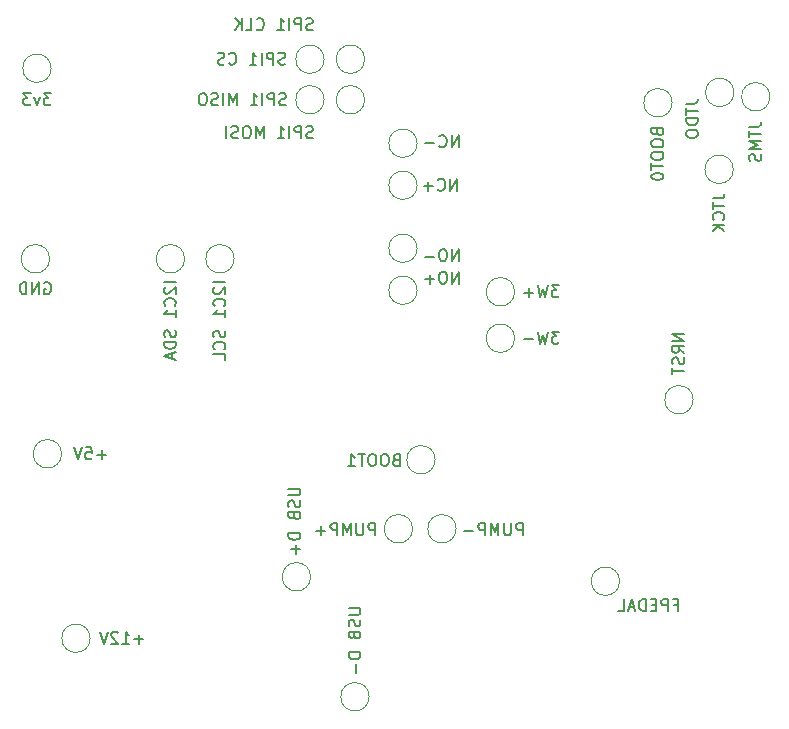
<source format=gbr>
%TF.GenerationSoftware,KiCad,Pcbnew,(5.99.0-9379-gbf5cd2e233)*%
%TF.CreationDate,2021-03-11T01:10:35+01:00*%
%TF.ProjectId,sucker-one-mainboard,7375636b-6572-42d6-9f6e-652d6d61696e,rev?*%
%TF.SameCoordinates,Original*%
%TF.FileFunction,Legend,Bot*%
%TF.FilePolarity,Positive*%
%FSLAX46Y46*%
G04 Gerber Fmt 4.6, Leading zero omitted, Abs format (unit mm)*
G04 Created by KiCad (PCBNEW (5.99.0-9379-gbf5cd2e233)) date 2021-03-11 01:10:35*
%MOMM*%
%LPD*%
G01*
G04 APERTURE LIST*
%ADD10C,0.150000*%
%ADD11C,0.120000*%
G04 APERTURE END LIST*
D10*
%TO.C,TP13*%
X71754904Y-120404000D02*
X71850142Y-120356380D01*
X71993000Y-120356380D01*
X72135857Y-120404000D01*
X72231095Y-120499238D01*
X72278714Y-120594476D01*
X72326333Y-120784952D01*
X72326333Y-120927809D01*
X72278714Y-121118285D01*
X72231095Y-121213523D01*
X72135857Y-121308761D01*
X71993000Y-121356380D01*
X71897761Y-121356380D01*
X71754904Y-121308761D01*
X71707285Y-121261142D01*
X71707285Y-120927809D01*
X71897761Y-120927809D01*
X71278714Y-121356380D02*
X71278714Y-120356380D01*
X70707285Y-121356380D01*
X70707285Y-120356380D01*
X70231095Y-121356380D02*
X70231095Y-120356380D01*
X69993000Y-120356380D01*
X69850142Y-120404000D01*
X69754904Y-120499238D01*
X69707285Y-120594476D01*
X69659666Y-120784952D01*
X69659666Y-120927809D01*
X69707285Y-121118285D01*
X69754904Y-121213523D01*
X69850142Y-121308761D01*
X69993000Y-121356380D01*
X70231095Y-121356380D01*
%TO.C,TP1*%
X92416380Y-137827095D02*
X93225904Y-137827095D01*
X93321142Y-137874714D01*
X93368761Y-137922333D01*
X93416380Y-138017571D01*
X93416380Y-138208047D01*
X93368761Y-138303285D01*
X93321142Y-138350904D01*
X93225904Y-138398523D01*
X92416380Y-138398523D01*
X93368761Y-138827095D02*
X93416380Y-138969952D01*
X93416380Y-139208047D01*
X93368761Y-139303285D01*
X93321142Y-139350904D01*
X93225904Y-139398523D01*
X93130666Y-139398523D01*
X93035428Y-139350904D01*
X92987809Y-139303285D01*
X92940190Y-139208047D01*
X92892571Y-139017571D01*
X92844952Y-138922333D01*
X92797333Y-138874714D01*
X92702095Y-138827095D01*
X92606857Y-138827095D01*
X92511619Y-138874714D01*
X92464000Y-138922333D01*
X92416380Y-139017571D01*
X92416380Y-139255666D01*
X92464000Y-139398523D01*
X92892571Y-140160428D02*
X92940190Y-140303285D01*
X92987809Y-140350904D01*
X93083047Y-140398523D01*
X93225904Y-140398523D01*
X93321142Y-140350904D01*
X93368761Y-140303285D01*
X93416380Y-140208047D01*
X93416380Y-139827095D01*
X92416380Y-139827095D01*
X92416380Y-140160428D01*
X92464000Y-140255666D01*
X92511619Y-140303285D01*
X92606857Y-140350904D01*
X92702095Y-140350904D01*
X92797333Y-140303285D01*
X92844952Y-140255666D01*
X92892571Y-140160428D01*
X92892571Y-139827095D01*
X93416380Y-141589000D02*
X92416380Y-141589000D01*
X92416380Y-141827095D01*
X92464000Y-141969952D01*
X92559238Y-142065190D01*
X92654476Y-142112809D01*
X92844952Y-142160428D01*
X92987809Y-142160428D01*
X93178285Y-142112809D01*
X93273523Y-142065190D01*
X93368761Y-141969952D01*
X93416380Y-141827095D01*
X93416380Y-141589000D01*
X93035428Y-142589000D02*
X93035428Y-143350904D01*
X93416380Y-142969952D02*
X92654476Y-142969952D01*
%TO.C,TP15*%
X82875380Y-120332904D02*
X81875380Y-120332904D01*
X81970619Y-120761476D02*
X81923000Y-120809095D01*
X81875380Y-120904333D01*
X81875380Y-121142428D01*
X81923000Y-121237666D01*
X81970619Y-121285285D01*
X82065857Y-121332904D01*
X82161095Y-121332904D01*
X82303952Y-121285285D01*
X82875380Y-120713857D01*
X82875380Y-121332904D01*
X82780142Y-122332904D02*
X82827761Y-122285285D01*
X82875380Y-122142428D01*
X82875380Y-122047190D01*
X82827761Y-121904333D01*
X82732523Y-121809095D01*
X82637285Y-121761476D01*
X82446809Y-121713857D01*
X82303952Y-121713857D01*
X82113476Y-121761476D01*
X82018238Y-121809095D01*
X81923000Y-121904333D01*
X81875380Y-122047190D01*
X81875380Y-122142428D01*
X81923000Y-122285285D01*
X81970619Y-122332904D01*
X82875380Y-123285285D02*
X82875380Y-122713857D01*
X82875380Y-122999571D02*
X81875380Y-122999571D01*
X82018238Y-122904333D01*
X82113476Y-122809095D01*
X82161095Y-122713857D01*
X82827761Y-124428142D02*
X82875380Y-124571000D01*
X82875380Y-124809095D01*
X82827761Y-124904333D01*
X82780142Y-124951952D01*
X82684904Y-124999571D01*
X82589666Y-124999571D01*
X82494428Y-124951952D01*
X82446809Y-124904333D01*
X82399190Y-124809095D01*
X82351571Y-124618619D01*
X82303952Y-124523380D01*
X82256333Y-124475761D01*
X82161095Y-124428142D01*
X82065857Y-124428142D01*
X81970619Y-124475761D01*
X81923000Y-124523380D01*
X81875380Y-124618619D01*
X81875380Y-124856714D01*
X81923000Y-124999571D01*
X82875380Y-125428142D02*
X81875380Y-125428142D01*
X81875380Y-125666238D01*
X81923000Y-125809095D01*
X82018238Y-125904333D01*
X82113476Y-125951952D01*
X82303952Y-125999571D01*
X82446809Y-125999571D01*
X82637285Y-125951952D01*
X82732523Y-125904333D01*
X82827761Y-125809095D01*
X82875380Y-125666238D01*
X82875380Y-125428142D01*
X82589666Y-126380523D02*
X82589666Y-126856714D01*
X82875380Y-126285285D02*
X81875380Y-126618619D01*
X82875380Y-126951952D01*
%TO.C,TP2*%
X97502380Y-147928095D02*
X98311904Y-147928095D01*
X98407142Y-147975714D01*
X98454761Y-148023333D01*
X98502380Y-148118571D01*
X98502380Y-148309047D01*
X98454761Y-148404285D01*
X98407142Y-148451904D01*
X98311904Y-148499523D01*
X97502380Y-148499523D01*
X98454761Y-148928095D02*
X98502380Y-149070952D01*
X98502380Y-149309047D01*
X98454761Y-149404285D01*
X98407142Y-149451904D01*
X98311904Y-149499523D01*
X98216666Y-149499523D01*
X98121428Y-149451904D01*
X98073809Y-149404285D01*
X98026190Y-149309047D01*
X97978571Y-149118571D01*
X97930952Y-149023333D01*
X97883333Y-148975714D01*
X97788095Y-148928095D01*
X97692857Y-148928095D01*
X97597619Y-148975714D01*
X97550000Y-149023333D01*
X97502380Y-149118571D01*
X97502380Y-149356666D01*
X97550000Y-149499523D01*
X97978571Y-150261428D02*
X98026190Y-150404285D01*
X98073809Y-150451904D01*
X98169047Y-150499523D01*
X98311904Y-150499523D01*
X98407142Y-150451904D01*
X98454761Y-150404285D01*
X98502380Y-150309047D01*
X98502380Y-149928095D01*
X97502380Y-149928095D01*
X97502380Y-150261428D01*
X97550000Y-150356666D01*
X97597619Y-150404285D01*
X97692857Y-150451904D01*
X97788095Y-150451904D01*
X97883333Y-150404285D01*
X97930952Y-150356666D01*
X97978571Y-150261428D01*
X97978571Y-149928095D01*
X98502380Y-151690000D02*
X97502380Y-151690000D01*
X97502380Y-151928095D01*
X97550000Y-152070952D01*
X97645238Y-152166190D01*
X97740476Y-152213809D01*
X97930952Y-152261428D01*
X98073809Y-152261428D01*
X98264285Y-152213809D01*
X98359523Y-152166190D01*
X98454761Y-152070952D01*
X98502380Y-151928095D01*
X98502380Y-151690000D01*
X98121428Y-152690000D02*
X98121428Y-153451904D01*
%TO.C,TP7*%
X106838571Y-118562380D02*
X106838571Y-117562380D01*
X106267142Y-118562380D01*
X106267142Y-117562380D01*
X105600476Y-117562380D02*
X105410000Y-117562380D01*
X105314761Y-117610000D01*
X105219523Y-117705238D01*
X105171904Y-117895714D01*
X105171904Y-118229047D01*
X105219523Y-118419523D01*
X105314761Y-118514761D01*
X105410000Y-118562380D01*
X105600476Y-118562380D01*
X105695714Y-118514761D01*
X105790952Y-118419523D01*
X105838571Y-118229047D01*
X105838571Y-117895714D01*
X105790952Y-117705238D01*
X105695714Y-117610000D01*
X105600476Y-117562380D01*
X104743333Y-118181428D02*
X103981428Y-118181428D01*
%TO.C,TP8*%
X115315809Y-120610380D02*
X114696761Y-120610380D01*
X115030095Y-120991333D01*
X114887238Y-120991333D01*
X114792000Y-121038952D01*
X114744380Y-121086571D01*
X114696761Y-121181809D01*
X114696761Y-121419904D01*
X114744380Y-121515142D01*
X114792000Y-121562761D01*
X114887238Y-121610380D01*
X115172952Y-121610380D01*
X115268190Y-121562761D01*
X115315809Y-121515142D01*
X114363428Y-120610380D02*
X114125333Y-121610380D01*
X113934857Y-120896095D01*
X113744380Y-121610380D01*
X113506285Y-120610380D01*
X113125333Y-121229428D02*
X112363428Y-121229428D01*
X112744380Y-121610380D02*
X112744380Y-120848476D01*
%TO.C,TP10*%
X80120904Y-150566428D02*
X79359000Y-150566428D01*
X79739952Y-150947380D02*
X79739952Y-150185476D01*
X78359000Y-150947380D02*
X78930428Y-150947380D01*
X78644714Y-150947380D02*
X78644714Y-149947380D01*
X78739952Y-150090238D01*
X78835190Y-150185476D01*
X78930428Y-150233095D01*
X77978047Y-150042619D02*
X77930428Y-149995000D01*
X77835190Y-149947380D01*
X77597095Y-149947380D01*
X77501857Y-149995000D01*
X77454238Y-150042619D01*
X77406619Y-150137857D01*
X77406619Y-150233095D01*
X77454238Y-150375952D01*
X78025666Y-150947380D01*
X77406619Y-150947380D01*
X77120904Y-149947380D02*
X76787571Y-150947380D01*
X76454238Y-149947380D01*
%TO.C,TP14*%
X87066380Y-120356714D02*
X86066380Y-120356714D01*
X86161619Y-120785285D02*
X86114000Y-120832904D01*
X86066380Y-120928142D01*
X86066380Y-121166238D01*
X86114000Y-121261476D01*
X86161619Y-121309095D01*
X86256857Y-121356714D01*
X86352095Y-121356714D01*
X86494952Y-121309095D01*
X87066380Y-120737666D01*
X87066380Y-121356714D01*
X86971142Y-122356714D02*
X87018761Y-122309095D01*
X87066380Y-122166238D01*
X87066380Y-122071000D01*
X87018761Y-121928142D01*
X86923523Y-121832904D01*
X86828285Y-121785285D01*
X86637809Y-121737666D01*
X86494952Y-121737666D01*
X86304476Y-121785285D01*
X86209238Y-121832904D01*
X86114000Y-121928142D01*
X86066380Y-122071000D01*
X86066380Y-122166238D01*
X86114000Y-122309095D01*
X86161619Y-122356714D01*
X87066380Y-123309095D02*
X87066380Y-122737666D01*
X87066380Y-123023380D02*
X86066380Y-123023380D01*
X86209238Y-122928142D01*
X86304476Y-122832904D01*
X86352095Y-122737666D01*
X87018761Y-124451952D02*
X87066380Y-124594809D01*
X87066380Y-124832904D01*
X87018761Y-124928142D01*
X86971142Y-124975761D01*
X86875904Y-125023380D01*
X86780666Y-125023380D01*
X86685428Y-124975761D01*
X86637809Y-124928142D01*
X86590190Y-124832904D01*
X86542571Y-124642428D01*
X86494952Y-124547190D01*
X86447333Y-124499571D01*
X86352095Y-124451952D01*
X86256857Y-124451952D01*
X86161619Y-124499571D01*
X86114000Y-124547190D01*
X86066380Y-124642428D01*
X86066380Y-124880523D01*
X86114000Y-125023380D01*
X86971142Y-126023380D02*
X87018761Y-125975761D01*
X87066380Y-125832904D01*
X87066380Y-125737666D01*
X87018761Y-125594809D01*
X86923523Y-125499571D01*
X86828285Y-125451952D01*
X86637809Y-125404333D01*
X86494952Y-125404333D01*
X86304476Y-125451952D01*
X86209238Y-125499571D01*
X86114000Y-125594809D01*
X86066380Y-125737666D01*
X86066380Y-125832904D01*
X86114000Y-125975761D01*
X86161619Y-126023380D01*
X87066380Y-126928142D02*
X87066380Y-126451952D01*
X86066380Y-126451952D01*
%TO.C,TP17*%
X99736190Y-141772380D02*
X99736190Y-140772380D01*
X99355238Y-140772380D01*
X99260000Y-140820000D01*
X99212380Y-140867619D01*
X99164761Y-140962857D01*
X99164761Y-141105714D01*
X99212380Y-141200952D01*
X99260000Y-141248571D01*
X99355238Y-141296190D01*
X99736190Y-141296190D01*
X98736190Y-140772380D02*
X98736190Y-141581904D01*
X98688571Y-141677142D01*
X98640952Y-141724761D01*
X98545714Y-141772380D01*
X98355238Y-141772380D01*
X98260000Y-141724761D01*
X98212380Y-141677142D01*
X98164761Y-141581904D01*
X98164761Y-140772380D01*
X97688571Y-141772380D02*
X97688571Y-140772380D01*
X97355238Y-141486666D01*
X97021904Y-140772380D01*
X97021904Y-141772380D01*
X96545714Y-141772380D02*
X96545714Y-140772380D01*
X96164761Y-140772380D01*
X96069523Y-140820000D01*
X96021904Y-140867619D01*
X95974285Y-140962857D01*
X95974285Y-141105714D01*
X96021904Y-141200952D01*
X96069523Y-141248571D01*
X96164761Y-141296190D01*
X96545714Y-141296190D01*
X95545714Y-141391428D02*
X94783809Y-141391428D01*
X95164761Y-141772380D02*
X95164761Y-141010476D01*
%TO.C,TP18*%
X112246190Y-141772380D02*
X112246190Y-140772380D01*
X111865238Y-140772380D01*
X111770000Y-140820000D01*
X111722380Y-140867619D01*
X111674761Y-140962857D01*
X111674761Y-141105714D01*
X111722380Y-141200952D01*
X111770000Y-141248571D01*
X111865238Y-141296190D01*
X112246190Y-141296190D01*
X111246190Y-140772380D02*
X111246190Y-141581904D01*
X111198571Y-141677142D01*
X111150952Y-141724761D01*
X111055714Y-141772380D01*
X110865238Y-141772380D01*
X110770000Y-141724761D01*
X110722380Y-141677142D01*
X110674761Y-141581904D01*
X110674761Y-140772380D01*
X110198571Y-141772380D02*
X110198571Y-140772380D01*
X109865238Y-141486666D01*
X109531904Y-140772380D01*
X109531904Y-141772380D01*
X109055714Y-141772380D02*
X109055714Y-140772380D01*
X108674761Y-140772380D01*
X108579523Y-140820000D01*
X108531904Y-140867619D01*
X108484285Y-140962857D01*
X108484285Y-141105714D01*
X108531904Y-141200952D01*
X108579523Y-141248571D01*
X108674761Y-141296190D01*
X109055714Y-141296190D01*
X108055714Y-141391428D02*
X107293809Y-141391428D01*
%TO.C,TP16*%
X76977714Y-134945428D02*
X76215809Y-134945428D01*
X76596761Y-135326380D02*
X76596761Y-134564476D01*
X75263428Y-134326380D02*
X75739619Y-134326380D01*
X75787238Y-134802571D01*
X75739619Y-134754952D01*
X75644380Y-134707333D01*
X75406285Y-134707333D01*
X75311047Y-134754952D01*
X75263428Y-134802571D01*
X75215809Y-134897809D01*
X75215809Y-135135904D01*
X75263428Y-135231142D01*
X75311047Y-135278761D01*
X75406285Y-135326380D01*
X75644380Y-135326380D01*
X75739619Y-135278761D01*
X75787238Y-135231142D01*
X74930095Y-134326380D02*
X74596761Y-135326380D01*
X74263428Y-134326380D01*
%TO.C,TP22*%
X128331980Y-113239704D02*
X129046266Y-113239704D01*
X129189123Y-113192085D01*
X129284361Y-113096847D01*
X129331980Y-112953990D01*
X129331980Y-112858752D01*
X128331980Y-113573038D02*
X128331980Y-114144466D01*
X129331980Y-113858752D02*
X128331980Y-113858752D01*
X129236742Y-115049228D02*
X129284361Y-115001609D01*
X129331980Y-114858752D01*
X129331980Y-114763514D01*
X129284361Y-114620657D01*
X129189123Y-114525419D01*
X129093885Y-114477800D01*
X128903409Y-114430180D01*
X128760552Y-114430180D01*
X128570076Y-114477800D01*
X128474838Y-114525419D01*
X128379600Y-114620657D01*
X128331980Y-114763514D01*
X128331980Y-114858752D01*
X128379600Y-115001609D01*
X128427219Y-115049228D01*
X129331980Y-115477800D02*
X128331980Y-115477800D01*
X129331980Y-116049228D02*
X128760552Y-115620657D01*
X128331980Y-116049228D02*
X128903409Y-115477800D01*
%TO.C,TP30*%
X123626571Y-107640666D02*
X123674190Y-107783523D01*
X123721809Y-107831142D01*
X123817047Y-107878761D01*
X123959904Y-107878761D01*
X124055142Y-107831142D01*
X124102761Y-107783523D01*
X124150380Y-107688285D01*
X124150380Y-107307333D01*
X123150380Y-107307333D01*
X123150380Y-107640666D01*
X123198000Y-107735904D01*
X123245619Y-107783523D01*
X123340857Y-107831142D01*
X123436095Y-107831142D01*
X123531333Y-107783523D01*
X123578952Y-107735904D01*
X123626571Y-107640666D01*
X123626571Y-107307333D01*
X123150380Y-108497809D02*
X123150380Y-108688285D01*
X123198000Y-108783523D01*
X123293238Y-108878761D01*
X123483714Y-108926380D01*
X123817047Y-108926380D01*
X124007523Y-108878761D01*
X124102761Y-108783523D01*
X124150380Y-108688285D01*
X124150380Y-108497809D01*
X124102761Y-108402571D01*
X124007523Y-108307333D01*
X123817047Y-108259714D01*
X123483714Y-108259714D01*
X123293238Y-108307333D01*
X123198000Y-108402571D01*
X123150380Y-108497809D01*
X123150380Y-109545428D02*
X123150380Y-109735904D01*
X123198000Y-109831142D01*
X123293238Y-109926380D01*
X123483714Y-109974000D01*
X123817047Y-109974000D01*
X124007523Y-109926380D01*
X124102761Y-109831142D01*
X124150380Y-109735904D01*
X124150380Y-109545428D01*
X124102761Y-109450190D01*
X124007523Y-109354952D01*
X123817047Y-109307333D01*
X123483714Y-109307333D01*
X123293238Y-109354952D01*
X123198000Y-109450190D01*
X123150380Y-109545428D01*
X123150380Y-110259714D02*
X123150380Y-110831142D01*
X124150380Y-110545428D02*
X123150380Y-110545428D01*
X123150380Y-111354952D02*
X123150380Y-111450190D01*
X123198000Y-111545428D01*
X123245619Y-111593047D01*
X123340857Y-111640666D01*
X123531333Y-111688285D01*
X123769428Y-111688285D01*
X123959904Y-111640666D01*
X124055142Y-111593047D01*
X124102761Y-111545428D01*
X124150380Y-111450190D01*
X124150380Y-111354952D01*
X124102761Y-111259714D01*
X124055142Y-111212095D01*
X123959904Y-111164476D01*
X123769428Y-111116857D01*
X123531333Y-111116857D01*
X123340857Y-111164476D01*
X123245619Y-111212095D01*
X123198000Y-111259714D01*
X123150380Y-111354952D01*
%TO.C,TP31*%
X125078857Y-147647571D02*
X125412190Y-147647571D01*
X125412190Y-148171380D02*
X125412190Y-147171380D01*
X124936000Y-147171380D01*
X124555047Y-148171380D02*
X124555047Y-147171380D01*
X124174095Y-147171380D01*
X124078857Y-147219000D01*
X124031238Y-147266619D01*
X123983619Y-147361857D01*
X123983619Y-147504714D01*
X124031238Y-147599952D01*
X124078857Y-147647571D01*
X124174095Y-147695190D01*
X124555047Y-147695190D01*
X123555047Y-147647571D02*
X123221714Y-147647571D01*
X123078857Y-148171380D02*
X123555047Y-148171380D01*
X123555047Y-147171380D01*
X123078857Y-147171380D01*
X122650285Y-148171380D02*
X122650285Y-147171380D01*
X122412190Y-147171380D01*
X122269333Y-147219000D01*
X122174095Y-147314238D01*
X122126476Y-147409476D01*
X122078857Y-147599952D01*
X122078857Y-147742809D01*
X122126476Y-147933285D01*
X122174095Y-148028523D01*
X122269333Y-148123761D01*
X122412190Y-148171380D01*
X122650285Y-148171380D01*
X121697904Y-147885666D02*
X121221714Y-147885666D01*
X121793142Y-148171380D02*
X121459809Y-147171380D01*
X121126476Y-148171380D01*
X120316952Y-148171380D02*
X120793142Y-148171380D01*
X120793142Y-147171380D01*
%TO.C,TP23*%
X131430780Y-107172285D02*
X132145066Y-107172285D01*
X132287923Y-107124666D01*
X132383161Y-107029428D01*
X132430780Y-106886571D01*
X132430780Y-106791333D01*
X131430780Y-107505619D02*
X131430780Y-108077047D01*
X132430780Y-107791333D02*
X131430780Y-107791333D01*
X132430780Y-108410380D02*
X131430780Y-108410380D01*
X132145066Y-108743714D01*
X131430780Y-109077047D01*
X132430780Y-109077047D01*
X132383161Y-109505619D02*
X132430780Y-109648476D01*
X132430780Y-109886571D01*
X132383161Y-109981809D01*
X132335542Y-110029428D01*
X132240304Y-110077047D01*
X132145066Y-110077047D01*
X132049828Y-110029428D01*
X132002209Y-109981809D01*
X131954590Y-109886571D01*
X131906971Y-109696095D01*
X131859352Y-109600857D01*
X131811733Y-109553238D01*
X131716495Y-109505619D01*
X131621257Y-109505619D01*
X131526019Y-109553238D01*
X131478400Y-109600857D01*
X131430780Y-109696095D01*
X131430780Y-109934190D01*
X131478400Y-110077047D01*
%TO.C,TP11*%
X72310476Y-104354380D02*
X71691428Y-104354380D01*
X72024761Y-104735333D01*
X71881904Y-104735333D01*
X71786666Y-104782952D01*
X71739047Y-104830571D01*
X71691428Y-104925809D01*
X71691428Y-105163904D01*
X71739047Y-105259142D01*
X71786666Y-105306761D01*
X71881904Y-105354380D01*
X72167619Y-105354380D01*
X72262857Y-105306761D01*
X72310476Y-105259142D01*
X71358095Y-104687714D02*
X71120000Y-105354380D01*
X70881904Y-104687714D01*
X70596190Y-104354380D02*
X69977142Y-104354380D01*
X70310476Y-104735333D01*
X70167619Y-104735333D01*
X70072380Y-104782952D01*
X70024761Y-104830571D01*
X69977142Y-104925809D01*
X69977142Y-105163904D01*
X70024761Y-105259142D01*
X70072380Y-105306761D01*
X70167619Y-105354380D01*
X70453333Y-105354380D01*
X70548571Y-105306761D01*
X70596190Y-105259142D01*
%TO.C,TP26*%
X94471714Y-98956761D02*
X94328857Y-99004380D01*
X94090761Y-99004380D01*
X93995523Y-98956761D01*
X93947904Y-98909142D01*
X93900285Y-98813904D01*
X93900285Y-98718666D01*
X93947904Y-98623428D01*
X93995523Y-98575809D01*
X94090761Y-98528190D01*
X94281238Y-98480571D01*
X94376476Y-98432952D01*
X94424095Y-98385333D01*
X94471714Y-98290095D01*
X94471714Y-98194857D01*
X94424095Y-98099619D01*
X94376476Y-98052000D01*
X94281238Y-98004380D01*
X94043142Y-98004380D01*
X93900285Y-98052000D01*
X93471714Y-99004380D02*
X93471714Y-98004380D01*
X93090761Y-98004380D01*
X92995523Y-98052000D01*
X92947904Y-98099619D01*
X92900285Y-98194857D01*
X92900285Y-98337714D01*
X92947904Y-98432952D01*
X92995523Y-98480571D01*
X93090761Y-98528190D01*
X93471714Y-98528190D01*
X92471714Y-99004380D02*
X92471714Y-98004380D01*
X91471714Y-99004380D02*
X92043142Y-99004380D01*
X91757428Y-99004380D02*
X91757428Y-98004380D01*
X91852666Y-98147238D01*
X91947904Y-98242476D01*
X92043142Y-98290095D01*
X89709809Y-98909142D02*
X89757428Y-98956761D01*
X89900285Y-99004380D01*
X89995523Y-99004380D01*
X90138380Y-98956761D01*
X90233619Y-98861523D01*
X90281238Y-98766285D01*
X90328857Y-98575809D01*
X90328857Y-98432952D01*
X90281238Y-98242476D01*
X90233619Y-98147238D01*
X90138380Y-98052000D01*
X89995523Y-98004380D01*
X89900285Y-98004380D01*
X89757428Y-98052000D01*
X89709809Y-98099619D01*
X88805047Y-99004380D02*
X89281238Y-99004380D01*
X89281238Y-98004380D01*
X88471714Y-99004380D02*
X88471714Y-98004380D01*
X87900285Y-99004380D02*
X88328857Y-98432952D01*
X87900285Y-98004380D02*
X88471714Y-98575809D01*
%TO.C,TP6*%
X106838571Y-120467380D02*
X106838571Y-119467380D01*
X106267142Y-120467380D01*
X106267142Y-119467380D01*
X105600476Y-119467380D02*
X105410000Y-119467380D01*
X105314761Y-119515000D01*
X105219523Y-119610238D01*
X105171904Y-119800714D01*
X105171904Y-120134047D01*
X105219523Y-120324523D01*
X105314761Y-120419761D01*
X105410000Y-120467380D01*
X105600476Y-120467380D01*
X105695714Y-120419761D01*
X105790952Y-120324523D01*
X105838571Y-120134047D01*
X105838571Y-119800714D01*
X105790952Y-119610238D01*
X105695714Y-119515000D01*
X105600476Y-119467380D01*
X104743333Y-120086428D02*
X103981428Y-120086428D01*
X104362380Y-120467380D02*
X104362380Y-119705476D01*
%TO.C,TP20*%
X101513333Y-135388571D02*
X101370476Y-135436190D01*
X101322857Y-135483809D01*
X101275238Y-135579047D01*
X101275238Y-135721904D01*
X101322857Y-135817142D01*
X101370476Y-135864761D01*
X101465714Y-135912380D01*
X101846666Y-135912380D01*
X101846666Y-134912380D01*
X101513333Y-134912380D01*
X101418095Y-134960000D01*
X101370476Y-135007619D01*
X101322857Y-135102857D01*
X101322857Y-135198095D01*
X101370476Y-135293333D01*
X101418095Y-135340952D01*
X101513333Y-135388571D01*
X101846666Y-135388571D01*
X100656190Y-134912380D02*
X100465714Y-134912380D01*
X100370476Y-134960000D01*
X100275238Y-135055238D01*
X100227619Y-135245714D01*
X100227619Y-135579047D01*
X100275238Y-135769523D01*
X100370476Y-135864761D01*
X100465714Y-135912380D01*
X100656190Y-135912380D01*
X100751428Y-135864761D01*
X100846666Y-135769523D01*
X100894285Y-135579047D01*
X100894285Y-135245714D01*
X100846666Y-135055238D01*
X100751428Y-134960000D01*
X100656190Y-134912380D01*
X99608571Y-134912380D02*
X99418095Y-134912380D01*
X99322857Y-134960000D01*
X99227619Y-135055238D01*
X99180000Y-135245714D01*
X99180000Y-135579047D01*
X99227619Y-135769523D01*
X99322857Y-135864761D01*
X99418095Y-135912380D01*
X99608571Y-135912380D01*
X99703809Y-135864761D01*
X99799047Y-135769523D01*
X99846666Y-135579047D01*
X99846666Y-135245714D01*
X99799047Y-135055238D01*
X99703809Y-134960000D01*
X99608571Y-134912380D01*
X98894285Y-134912380D02*
X98322857Y-134912380D01*
X98608571Y-135912380D02*
X98608571Y-134912380D01*
X97465714Y-135912380D02*
X98037142Y-135912380D01*
X97751428Y-135912380D02*
X97751428Y-134912380D01*
X97846666Y-135055238D01*
X97941904Y-135150476D01*
X98037142Y-135198095D01*
%TO.C,TP3*%
X106687761Y-112593380D02*
X106687761Y-111593380D01*
X106116333Y-112593380D01*
X106116333Y-111593380D01*
X105068714Y-112498142D02*
X105116333Y-112545761D01*
X105259190Y-112593380D01*
X105354428Y-112593380D01*
X105497285Y-112545761D01*
X105592523Y-112450523D01*
X105640142Y-112355285D01*
X105687761Y-112164809D01*
X105687761Y-112021952D01*
X105640142Y-111831476D01*
X105592523Y-111736238D01*
X105497285Y-111641000D01*
X105354428Y-111593380D01*
X105259190Y-111593380D01*
X105116333Y-111641000D01*
X105068714Y-111688619D01*
X104640142Y-112212428D02*
X103878238Y-112212428D01*
X104259190Y-112593380D02*
X104259190Y-111831476D01*
%TO.C,TP25*%
X92138142Y-101877761D02*
X91995285Y-101925380D01*
X91757190Y-101925380D01*
X91661952Y-101877761D01*
X91614333Y-101830142D01*
X91566714Y-101734904D01*
X91566714Y-101639666D01*
X91614333Y-101544428D01*
X91661952Y-101496809D01*
X91757190Y-101449190D01*
X91947666Y-101401571D01*
X92042904Y-101353952D01*
X92090523Y-101306333D01*
X92138142Y-101211095D01*
X92138142Y-101115857D01*
X92090523Y-101020619D01*
X92042904Y-100973000D01*
X91947666Y-100925380D01*
X91709571Y-100925380D01*
X91566714Y-100973000D01*
X91138142Y-101925380D02*
X91138142Y-100925380D01*
X90757190Y-100925380D01*
X90661952Y-100973000D01*
X90614333Y-101020619D01*
X90566714Y-101115857D01*
X90566714Y-101258714D01*
X90614333Y-101353952D01*
X90661952Y-101401571D01*
X90757190Y-101449190D01*
X91138142Y-101449190D01*
X90138142Y-101925380D02*
X90138142Y-100925380D01*
X89138142Y-101925380D02*
X89709571Y-101925380D01*
X89423857Y-101925380D02*
X89423857Y-100925380D01*
X89519095Y-101068238D01*
X89614333Y-101163476D01*
X89709571Y-101211095D01*
X87376238Y-101830142D02*
X87423857Y-101877761D01*
X87566714Y-101925380D01*
X87661952Y-101925380D01*
X87804809Y-101877761D01*
X87900047Y-101782523D01*
X87947666Y-101687285D01*
X87995285Y-101496809D01*
X87995285Y-101353952D01*
X87947666Y-101163476D01*
X87900047Y-101068238D01*
X87804809Y-100973000D01*
X87661952Y-100925380D01*
X87566714Y-100925380D01*
X87423857Y-100973000D01*
X87376238Y-101020619D01*
X86995285Y-101877761D02*
X86852428Y-101925380D01*
X86614333Y-101925380D01*
X86519095Y-101877761D01*
X86471476Y-101830142D01*
X86423857Y-101734904D01*
X86423857Y-101639666D01*
X86471476Y-101544428D01*
X86519095Y-101496809D01*
X86614333Y-101449190D01*
X86804809Y-101401571D01*
X86900047Y-101353952D01*
X86947666Y-101306333D01*
X86995285Y-101211095D01*
X86995285Y-101115857D01*
X86947666Y-101020619D01*
X86900047Y-100973000D01*
X86804809Y-100925380D01*
X86566714Y-100925380D01*
X86423857Y-100973000D01*
%TO.C,TP28*%
X94495476Y-108100761D02*
X94352619Y-108148380D01*
X94114523Y-108148380D01*
X94019285Y-108100761D01*
X93971666Y-108053142D01*
X93924047Y-107957904D01*
X93924047Y-107862666D01*
X93971666Y-107767428D01*
X94019285Y-107719809D01*
X94114523Y-107672190D01*
X94305000Y-107624571D01*
X94400238Y-107576952D01*
X94447857Y-107529333D01*
X94495476Y-107434095D01*
X94495476Y-107338857D01*
X94447857Y-107243619D01*
X94400238Y-107196000D01*
X94305000Y-107148380D01*
X94066904Y-107148380D01*
X93924047Y-107196000D01*
X93495476Y-108148380D02*
X93495476Y-107148380D01*
X93114523Y-107148380D01*
X93019285Y-107196000D01*
X92971666Y-107243619D01*
X92924047Y-107338857D01*
X92924047Y-107481714D01*
X92971666Y-107576952D01*
X93019285Y-107624571D01*
X93114523Y-107672190D01*
X93495476Y-107672190D01*
X92495476Y-108148380D02*
X92495476Y-107148380D01*
X91495476Y-108148380D02*
X92066904Y-108148380D01*
X91781190Y-108148380D02*
X91781190Y-107148380D01*
X91876428Y-107291238D01*
X91971666Y-107386476D01*
X92066904Y-107434095D01*
X90305000Y-108148380D02*
X90305000Y-107148380D01*
X89971666Y-107862666D01*
X89638333Y-107148380D01*
X89638333Y-108148380D01*
X88971666Y-107148380D02*
X88781190Y-107148380D01*
X88685952Y-107196000D01*
X88590714Y-107291238D01*
X88543095Y-107481714D01*
X88543095Y-107815047D01*
X88590714Y-108005523D01*
X88685952Y-108100761D01*
X88781190Y-108148380D01*
X88971666Y-108148380D01*
X89066904Y-108100761D01*
X89162142Y-108005523D01*
X89209761Y-107815047D01*
X89209761Y-107481714D01*
X89162142Y-107291238D01*
X89066904Y-107196000D01*
X88971666Y-107148380D01*
X88162142Y-108100761D02*
X88019285Y-108148380D01*
X87781190Y-108148380D01*
X87685952Y-108100761D01*
X87638333Y-108053142D01*
X87590714Y-107957904D01*
X87590714Y-107862666D01*
X87638333Y-107767428D01*
X87685952Y-107719809D01*
X87781190Y-107672190D01*
X87971666Y-107624571D01*
X88066904Y-107576952D01*
X88114523Y-107529333D01*
X88162142Y-107434095D01*
X88162142Y-107338857D01*
X88114523Y-107243619D01*
X88066904Y-107196000D01*
X87971666Y-107148380D01*
X87733571Y-107148380D01*
X87590714Y-107196000D01*
X87162142Y-108148380D02*
X87162142Y-107148380D01*
%TO.C,TP5*%
X125928380Y-124722142D02*
X124928380Y-124722142D01*
X125928380Y-125293571D01*
X124928380Y-125293571D01*
X125928380Y-126341190D02*
X125452190Y-126007857D01*
X125928380Y-125769761D02*
X124928380Y-125769761D01*
X124928380Y-126150714D01*
X124976000Y-126245952D01*
X125023619Y-126293571D01*
X125118857Y-126341190D01*
X125261714Y-126341190D01*
X125356952Y-126293571D01*
X125404571Y-126245952D01*
X125452190Y-126150714D01*
X125452190Y-125769761D01*
X125880761Y-126722142D02*
X125928380Y-126865000D01*
X125928380Y-127103095D01*
X125880761Y-127198333D01*
X125833142Y-127245952D01*
X125737904Y-127293571D01*
X125642666Y-127293571D01*
X125547428Y-127245952D01*
X125499809Y-127198333D01*
X125452190Y-127103095D01*
X125404571Y-126912619D01*
X125356952Y-126817380D01*
X125309333Y-126769761D01*
X125214095Y-126722142D01*
X125118857Y-126722142D01*
X125023619Y-126769761D01*
X124976000Y-126817380D01*
X124928380Y-126912619D01*
X124928380Y-127150714D01*
X124976000Y-127293571D01*
X124928380Y-127579285D02*
X124928380Y-128150714D01*
X125928380Y-127865000D02*
X124928380Y-127865000D01*
%TO.C,TP4*%
X106814761Y-108910380D02*
X106814761Y-107910380D01*
X106243333Y-108910380D01*
X106243333Y-107910380D01*
X105195714Y-108815142D02*
X105243333Y-108862761D01*
X105386190Y-108910380D01*
X105481428Y-108910380D01*
X105624285Y-108862761D01*
X105719523Y-108767523D01*
X105767142Y-108672285D01*
X105814761Y-108481809D01*
X105814761Y-108338952D01*
X105767142Y-108148476D01*
X105719523Y-108053238D01*
X105624285Y-107958000D01*
X105481428Y-107910380D01*
X105386190Y-107910380D01*
X105243333Y-107958000D01*
X105195714Y-108005619D01*
X104767142Y-108529428D02*
X104005238Y-108529428D01*
%TO.C,TP9*%
X115315809Y-124547380D02*
X114696761Y-124547380D01*
X115030095Y-124928333D01*
X114887238Y-124928333D01*
X114792000Y-124975952D01*
X114744380Y-125023571D01*
X114696761Y-125118809D01*
X114696761Y-125356904D01*
X114744380Y-125452142D01*
X114792000Y-125499761D01*
X114887238Y-125547380D01*
X115172952Y-125547380D01*
X115268190Y-125499761D01*
X115315809Y-125452142D01*
X114363428Y-124547380D02*
X114125333Y-125547380D01*
X113934857Y-124833095D01*
X113744380Y-125547380D01*
X113506285Y-124547380D01*
X113125333Y-125166428D02*
X112363428Y-125166428D01*
%TO.C,TP27*%
X92209476Y-105306761D02*
X92066619Y-105354380D01*
X91828523Y-105354380D01*
X91733285Y-105306761D01*
X91685666Y-105259142D01*
X91638047Y-105163904D01*
X91638047Y-105068666D01*
X91685666Y-104973428D01*
X91733285Y-104925809D01*
X91828523Y-104878190D01*
X92019000Y-104830571D01*
X92114238Y-104782952D01*
X92161857Y-104735333D01*
X92209476Y-104640095D01*
X92209476Y-104544857D01*
X92161857Y-104449619D01*
X92114238Y-104402000D01*
X92019000Y-104354380D01*
X91780904Y-104354380D01*
X91638047Y-104402000D01*
X91209476Y-105354380D02*
X91209476Y-104354380D01*
X90828523Y-104354380D01*
X90733285Y-104402000D01*
X90685666Y-104449619D01*
X90638047Y-104544857D01*
X90638047Y-104687714D01*
X90685666Y-104782952D01*
X90733285Y-104830571D01*
X90828523Y-104878190D01*
X91209476Y-104878190D01*
X90209476Y-105354380D02*
X90209476Y-104354380D01*
X89209476Y-105354380D02*
X89780904Y-105354380D01*
X89495190Y-105354380D02*
X89495190Y-104354380D01*
X89590428Y-104497238D01*
X89685666Y-104592476D01*
X89780904Y-104640095D01*
X88019000Y-105354380D02*
X88019000Y-104354380D01*
X87685666Y-105068666D01*
X87352333Y-104354380D01*
X87352333Y-105354380D01*
X86876142Y-105354380D02*
X86876142Y-104354380D01*
X86447571Y-105306761D02*
X86304714Y-105354380D01*
X86066619Y-105354380D01*
X85971380Y-105306761D01*
X85923761Y-105259142D01*
X85876142Y-105163904D01*
X85876142Y-105068666D01*
X85923761Y-104973428D01*
X85971380Y-104925809D01*
X86066619Y-104878190D01*
X86257095Y-104830571D01*
X86352333Y-104782952D01*
X86399952Y-104735333D01*
X86447571Y-104640095D01*
X86447571Y-104544857D01*
X86399952Y-104449619D01*
X86352333Y-104402000D01*
X86257095Y-104354380D01*
X86019000Y-104354380D01*
X85876142Y-104402000D01*
X85257095Y-104354380D02*
X85066619Y-104354380D01*
X84971380Y-104402000D01*
X84876142Y-104497238D01*
X84828523Y-104687714D01*
X84828523Y-105021047D01*
X84876142Y-105211523D01*
X84971380Y-105306761D01*
X85066619Y-105354380D01*
X85257095Y-105354380D01*
X85352333Y-105306761D01*
X85447571Y-105211523D01*
X85495190Y-105021047D01*
X85495190Y-104687714D01*
X85447571Y-104497238D01*
X85352333Y-104402000D01*
X85257095Y-104354380D01*
%TO.C,TP24*%
X126072380Y-105248095D02*
X126786666Y-105248095D01*
X126929523Y-105200476D01*
X127024761Y-105105238D01*
X127072380Y-104962380D01*
X127072380Y-104867142D01*
X126072380Y-105581428D02*
X126072380Y-106152857D01*
X127072380Y-105867142D02*
X126072380Y-105867142D01*
X127072380Y-106486190D02*
X126072380Y-106486190D01*
X126072380Y-106724285D01*
X126120000Y-106867142D01*
X126215238Y-106962380D01*
X126310476Y-107010000D01*
X126500952Y-107057619D01*
X126643809Y-107057619D01*
X126834285Y-107010000D01*
X126929523Y-106962380D01*
X127024761Y-106867142D01*
X127072380Y-106724285D01*
X127072380Y-106486190D01*
X126072380Y-107676666D02*
X126072380Y-107867142D01*
X126120000Y-107962380D01*
X126215238Y-108057619D01*
X126405714Y-108105238D01*
X126739047Y-108105238D01*
X126929523Y-108057619D01*
X127024761Y-107962380D01*
X127072380Y-107867142D01*
X127072380Y-107676666D01*
X127024761Y-107581428D01*
X126929523Y-107486190D01*
X126739047Y-107438571D01*
X126405714Y-107438571D01*
X126215238Y-107486190D01*
X126120000Y-107581428D01*
X126072380Y-107676666D01*
D11*
%TO.C,TP13*%
X72193000Y-118364000D02*
G75*
G03*
X72193000Y-118364000I-1200000J0D01*
G01*
%TO.C,TP1*%
X94291000Y-145288000D02*
G75*
G03*
X94291000Y-145288000I-1200000J0D01*
G01*
%TO.C,TP15*%
X83623000Y-118364000D02*
G75*
G03*
X83623000Y-118364000I-1200000J0D01*
G01*
%TO.C,TP2*%
X99244000Y-155448000D02*
G75*
G03*
X99244000Y-155448000I-1200000J0D01*
G01*
%TO.C,TP7*%
X103308000Y-117475000D02*
G75*
G03*
X103308000Y-117475000I-1200000J0D01*
G01*
%TO.C,TP8*%
X111563000Y-121158000D02*
G75*
G03*
X111563000Y-121158000I-1200000J0D01*
G01*
%TO.C,TP10*%
X75622000Y-150495000D02*
G75*
G03*
X75622000Y-150495000I-1200000J0D01*
G01*
%TO.C,TP14*%
X87814000Y-118364000D02*
G75*
G03*
X87814000Y-118364000I-1200000J0D01*
G01*
%TO.C,TP17*%
X102927000Y-141224000D02*
G75*
G03*
X102927000Y-141224000I-1200000J0D01*
G01*
%TO.C,TP18*%
X106610000Y-141224000D02*
G75*
G03*
X106610000Y-141224000I-1200000J0D01*
G01*
%TO.C,TP16*%
X73209000Y-134874000D02*
G75*
G03*
X73209000Y-134874000I-1200000J0D01*
G01*
%TO.C,TP22*%
X130079600Y-110794800D02*
G75*
G03*
X130079600Y-110794800I-1200000J0D01*
G01*
%TO.C,TP30*%
X124898000Y-105156000D02*
G75*
G03*
X124898000Y-105156000I-1200000J0D01*
G01*
%TO.C,TP31*%
X120453000Y-145669000D02*
G75*
G03*
X120453000Y-145669000I-1200000J0D01*
G01*
%TO.C,TP23*%
X133178400Y-104648000D02*
G75*
G03*
X133178400Y-104648000I-1200000J0D01*
G01*
%TO.C,TP11*%
X72320000Y-102235000D02*
G75*
G03*
X72320000Y-102235000I-1200000J0D01*
G01*
%TO.C,TP26*%
X98863000Y-101473000D02*
G75*
G03*
X98863000Y-101473000I-1200000J0D01*
G01*
%TO.C,TP6*%
X103308000Y-121031000D02*
G75*
G03*
X103308000Y-121031000I-1200000J0D01*
G01*
%TO.C,TP20*%
X104832000Y-135382000D02*
G75*
G03*
X104832000Y-135382000I-1200000J0D01*
G01*
%TO.C,TP3*%
X103308000Y-112141000D02*
G75*
G03*
X103308000Y-112141000I-1200000J0D01*
G01*
%TO.C,TP25*%
X95434000Y-101473000D02*
G75*
G03*
X95434000Y-101473000I-1200000J0D01*
G01*
%TO.C,TP28*%
X98863000Y-104902000D02*
G75*
G03*
X98863000Y-104902000I-1200000J0D01*
G01*
%TO.C,TP5*%
X126676000Y-130302000D02*
G75*
G03*
X126676000Y-130302000I-1200000J0D01*
G01*
%TO.C,TP4*%
X103308000Y-108585000D02*
G75*
G03*
X103308000Y-108585000I-1200000J0D01*
G01*
%TO.C,TP9*%
X111563000Y-125095000D02*
G75*
G03*
X111563000Y-125095000I-1200000J0D01*
G01*
%TO.C,TP27*%
X95434000Y-104902000D02*
G75*
G03*
X95434000Y-104902000I-1200000J0D01*
G01*
%TO.C,TP24*%
X130130000Y-104280000D02*
G75*
G03*
X130130000Y-104280000I-1200000J0D01*
G01*
%TD*%
M02*

</source>
